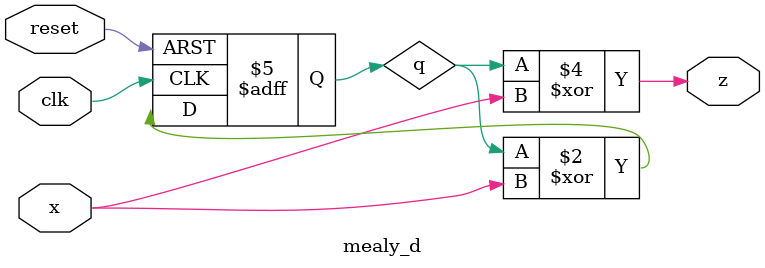
<source format=v>
/*
 * Mealy Machine Design (mealy_d)
 * This is a simple Mealy machine. In a Mealy machine, the output depends on both the current internal state and the input.
 * Here, the machine's state changes by mixing (XOR) with the input on every clock tick, unless we hit reset to start over.
 * The output is also a mix (XOR) of the current state and the input, calculated right away.
 * XOR means exclusive or: it's 1 if the bits are different, 0 if the same.
 */
module mealy_d (
    input clk,      // Clock - the timing signal that makes things happen
    input reset,    // Reset - press this to clear the state and start fresh
    input x,        // Input x - the bit we feed into the machine
    output reg z    // Output z - the bit the machine produces
);
    reg q;  // Internal state - remembers what's happening, starts at 0 when reset

    // State update logic: Changes the internal state based on clock and reset
    always @(posedge clk or posedge reset) begin
        if (reset)
            q <= 1'b0;  // When reset is active, set state back to 0
        else
            q <= q ^ x;  // Otherwise, update state to state XOR input x (mix them together)
    end

    // Output calculation: Figures out what to output based on current state and input
    always @(*) begin
        z = q ^ x;  // Output z is state XOR input x (another mix)
    end
endmodule

</source>
